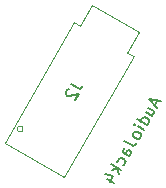
<source format=gbr>
G04 #@! TF.GenerationSoftware,KiCad,Pcbnew,8.0.4*
G04 #@! TF.CreationDate,2024-09-10T03:21:52+03:00*
G04 #@! TF.ProjectId,silakka54,73696c61-6b6b-4613-9534-2e6b69636164,rev?*
G04 #@! TF.SameCoordinates,Original*
G04 #@! TF.FileFunction,AssemblyDrawing,Bot*
%FSLAX46Y46*%
G04 Gerber Fmt 4.6, Leading zero omitted, Abs format (unit mm)*
G04 Created by KiCad (PCBNEW 8.0.4) date 2024-09-10 03:21:52*
%MOMM*%
%LPD*%
G01*
G04 APERTURE LIST*
%ADD10C,0.150000*%
%ADD11C,0.100000*%
%ADD12C,0.120000*%
G04 APERTURE END LIST*
D10*
X160658805Y-101129690D02*
X160420710Y-101542083D01*
X160953860Y-101190068D02*
X159921168Y-100978743D01*
X159921168Y-100978743D02*
X160620526Y-101767418D01*
X159662224Y-102093914D02*
X160239574Y-102427247D01*
X159876509Y-101722760D02*
X160330142Y-101984665D01*
X160330142Y-101984665D02*
X160388811Y-102073523D01*
X160388811Y-102073523D02*
X160382431Y-102179812D01*
X160382431Y-102179812D02*
X160311003Y-102303530D01*
X160311003Y-102303530D02*
X160222144Y-102362199D01*
X160222144Y-102362199D02*
X160157095Y-102379628D01*
X159787193Y-103210794D02*
X158921168Y-102710794D01*
X159745954Y-103186985D02*
X159834812Y-103128316D01*
X159834812Y-103128316D02*
X159930050Y-102963358D01*
X159930050Y-102963358D02*
X159936430Y-102857070D01*
X159936430Y-102857070D02*
X159919000Y-102792022D01*
X159919000Y-102792022D02*
X159860331Y-102703163D01*
X159860331Y-102703163D02*
X159612895Y-102560306D01*
X159612895Y-102560306D02*
X159506607Y-102553926D01*
X159506607Y-102553926D02*
X159441558Y-102571356D01*
X159441558Y-102571356D02*
X159352700Y-102630025D01*
X159352700Y-102630025D02*
X159257462Y-102794982D01*
X159257462Y-102794982D02*
X159251082Y-102901271D01*
X159549098Y-103623187D02*
X158971747Y-103289854D01*
X158683072Y-103123187D02*
X158748121Y-103105758D01*
X158748121Y-103105758D02*
X158765551Y-103170806D01*
X158765551Y-103170806D02*
X158700502Y-103188236D01*
X158700502Y-103188236D02*
X158683072Y-103123187D01*
X158683072Y-103123187D02*
X158765551Y-103170806D01*
X159239574Y-104159298D02*
X159245954Y-104053010D01*
X159245954Y-104053010D02*
X159228524Y-103987961D01*
X159228524Y-103987961D02*
X159169855Y-103899103D01*
X159169855Y-103899103D02*
X158922419Y-103756246D01*
X158922419Y-103756246D02*
X158816131Y-103749866D01*
X158816131Y-103749866D02*
X158751082Y-103767296D01*
X158751082Y-103767296D02*
X158662224Y-103825965D01*
X158662224Y-103825965D02*
X158590795Y-103949683D01*
X158590795Y-103949683D02*
X158584416Y-104055971D01*
X158584416Y-104055971D02*
X158601845Y-104121020D01*
X158601845Y-104121020D02*
X158660514Y-104209878D01*
X158660514Y-104209878D02*
X158907950Y-104352735D01*
X158907950Y-104352735D02*
X159014238Y-104359115D01*
X159014238Y-104359115D02*
X159079287Y-104341685D01*
X159079287Y-104341685D02*
X159168146Y-104283016D01*
X159168146Y-104283016D02*
X159239574Y-104159298D01*
X157849739Y-104566563D02*
X158468329Y-104923706D01*
X158468329Y-104923706D02*
X158615856Y-104953895D01*
X158615856Y-104953895D02*
X158745954Y-104919035D01*
X158745954Y-104919035D02*
X158858622Y-104819127D01*
X158858622Y-104819127D02*
X158906241Y-104736648D01*
X158263384Y-105850110D02*
X157809751Y-105588205D01*
X157809751Y-105588205D02*
X157751082Y-105499347D01*
X157751082Y-105499347D02*
X157757462Y-105393059D01*
X157757462Y-105393059D02*
X157852700Y-105228101D01*
X157852700Y-105228101D02*
X157941558Y-105169432D01*
X158222144Y-105826300D02*
X158311003Y-105767631D01*
X158311003Y-105767631D02*
X158430050Y-105561435D01*
X158430050Y-105561435D02*
X158436430Y-105455147D01*
X158436430Y-105455147D02*
X158377761Y-105366288D01*
X158377761Y-105366288D02*
X158295282Y-105318669D01*
X158295282Y-105318669D02*
X158188994Y-105312289D01*
X158188994Y-105312289D02*
X158100136Y-105370958D01*
X158100136Y-105370958D02*
X157981088Y-105577155D01*
X157981088Y-105577155D02*
X157892230Y-105635824D01*
X157769763Y-106609847D02*
X157858622Y-106551178D01*
X157858622Y-106551178D02*
X157953860Y-106386221D01*
X157953860Y-106386221D02*
X157960239Y-106279933D01*
X157960239Y-106279933D02*
X157942810Y-106214884D01*
X157942810Y-106214884D02*
X157884141Y-106126026D01*
X157884141Y-106126026D02*
X157636705Y-105983168D01*
X157636705Y-105983168D02*
X157530417Y-105976789D01*
X157530417Y-105976789D02*
X157465368Y-105994218D01*
X157465368Y-105994218D02*
X157376509Y-106052887D01*
X157376509Y-106052887D02*
X157281271Y-106217845D01*
X157281271Y-106217845D02*
X157274892Y-106324133D01*
X157596717Y-107004811D02*
X156730691Y-106504811D01*
X157219183Y-106896813D02*
X157406241Y-107334725D01*
X156828890Y-107001392D02*
X157349281Y-106861953D01*
X156400319Y-107743699D02*
X156977669Y-108077033D01*
X156189452Y-107347027D02*
X156927089Y-107497973D01*
X156927089Y-107497973D02*
X156617565Y-108034084D01*
X153304525Y-99739104D02*
X153923114Y-100096247D01*
X153923114Y-100096247D02*
X154070642Y-100126436D01*
X154070642Y-100126436D02*
X154200739Y-100091576D01*
X154200739Y-100091576D02*
X154313407Y-99991668D01*
X154313407Y-99991668D02*
X154361026Y-99909189D01*
X153172717Y-100157877D02*
X153107669Y-100175307D01*
X153107669Y-100175307D02*
X153018810Y-100233976D01*
X153018810Y-100233976D02*
X152899763Y-100440172D01*
X152899763Y-100440172D02*
X152893383Y-100546460D01*
X152893383Y-100546460D02*
X152910813Y-100611509D01*
X152910813Y-100611509D02*
X152969482Y-100700367D01*
X152969482Y-100700367D02*
X153051960Y-100747987D01*
X153051960Y-100747987D02*
X153199488Y-100778176D01*
X153199488Y-100778176D02*
X153980074Y-100569018D01*
X153980074Y-100569018D02*
X153670550Y-101105129D01*
D11*
G04 #@! TO.C,J2*
X147713527Y-104713361D02*
X153613525Y-94494263D01*
X152736476Y-107613363D02*
X147713527Y-104713361D01*
X153613525Y-94494263D02*
X154133143Y-94794265D01*
X154133143Y-94794265D02*
X155133140Y-93062213D01*
X155133140Y-93062213D02*
X159116858Y-95362214D01*
X158116858Y-97094263D02*
X158636474Y-97394262D01*
X158636474Y-97394262D02*
X152736476Y-107613363D01*
X159116858Y-95362214D02*
X158116858Y-97094263D01*
D12*
X149282292Y-103537771D02*
G75*
G02*
X148772392Y-103537771I-254950J0D01*
G01*
X148772392Y-103537771D02*
G75*
G02*
X149282292Y-103537771I254950J0D01*
G01*
G04 #@! TD*
M02*

</source>
